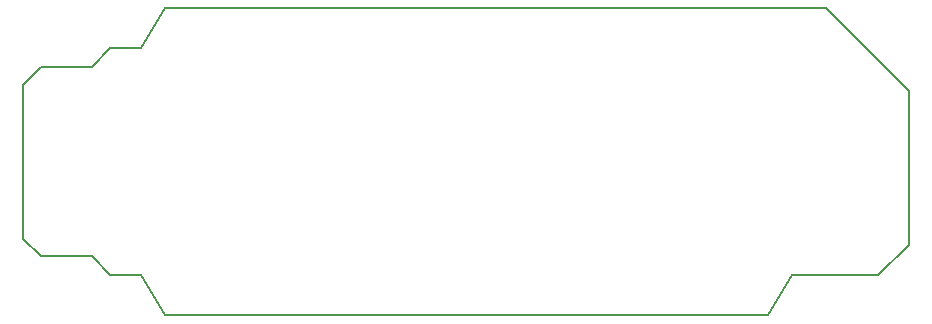
<source format=gm1>
G04 #@! TF.GenerationSoftware,KiCad,Pcbnew,(5.1.2-1)-1*
G04 #@! TF.CreationDate,2019-08-07T19:22:51+02:00*
G04 #@! TF.ProjectId,DIY_detector,4449595f-6465-4746-9563-746f722e6b69,V1.1*
G04 #@! TF.SameCoordinates,Original*
G04 #@! TF.FileFunction,Profile,NP*
%FSLAX46Y46*%
G04 Gerber Fmt 4.6, Leading zero omitted, Abs format (unit mm)*
G04 Created by KiCad (PCBNEW (5.1.2-1)-1) date 2019-08-07 19:22:51*
%MOMM*%
%LPD*%
G04 APERTURE LIST*
%ADD10C,0.150000*%
G04 APERTURE END LIST*
D10*
X110000000Y-122100000D02*
X112000000Y-125500000D01*
X172400000Y-122100000D02*
X175000000Y-119500000D01*
X168000000Y-99500000D02*
X175000000Y-106500000D01*
X165100000Y-122100000D02*
X172400000Y-122100000D01*
X163100000Y-125500000D02*
X165100000Y-122100000D01*
X107400000Y-122100000D02*
X110000000Y-122100000D01*
X100000000Y-119000000D02*
X101500000Y-120500000D01*
X105800000Y-104500000D02*
X107400000Y-102900000D01*
X101500000Y-104500000D02*
X105800000Y-104500000D01*
X101500000Y-104500000D02*
X100000000Y-106000000D01*
X110000000Y-102900000D02*
X112000000Y-99500000D01*
X107400000Y-102900000D02*
X110000000Y-102900000D01*
X105800000Y-120500000D02*
X107400000Y-122100000D01*
X101500000Y-120500000D02*
X105800000Y-120500000D01*
X100000000Y-119000000D02*
X100000000Y-106000000D01*
X163100000Y-125500000D02*
X112000000Y-125500000D01*
X175000000Y-106500000D02*
X175000000Y-119500000D01*
X112000000Y-99500000D02*
X168000000Y-99500000D01*
M02*

</source>
